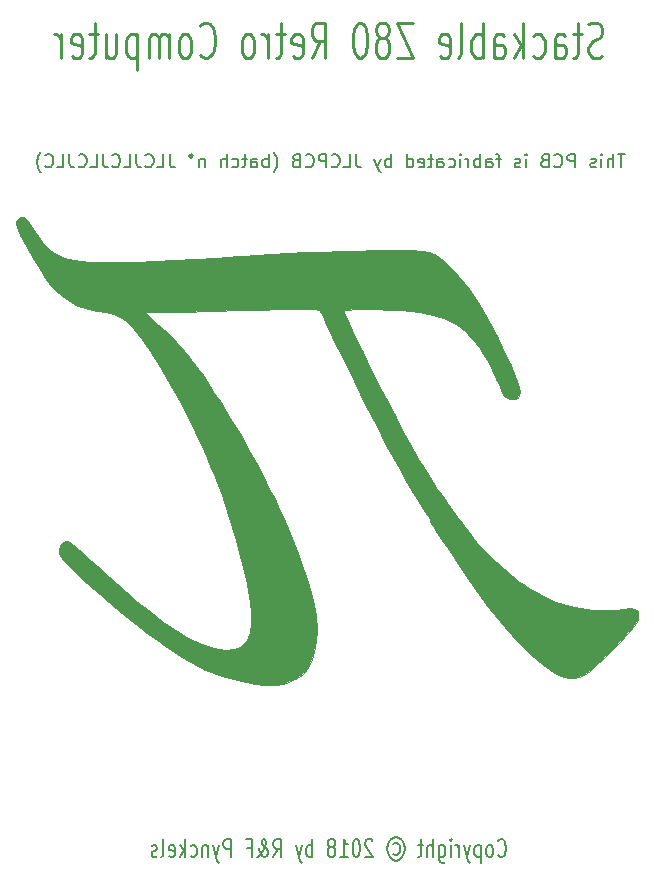
<source format=gbo>
%TF.GenerationSoftware,KiCad,Pcbnew,(5.0.0)*%
%TF.CreationDate,2018-10-23T17:21:25+02:00*%
%TF.ProjectId,S80 Breakout 7in,53383020427265616B6F75742037696E,1.0*%
%TF.SameCoordinates,Original*%
%TF.FileFunction,Legend,Bot*%
%TF.FilePolarity,Positive*%
%FSLAX46Y46*%
G04 Gerber Fmt 4.6, Leading zero omitted, Abs format (unit mm)*
G04 Created by KiCad (PCBNEW (5.0.0)) date 10/23/18 17:21:25*
%MOMM*%
%LPD*%
G01*
G04 APERTURE LIST*
%ADD10C,0.150000*%
%ADD11C,0.250000*%
%ADD12C,0.010000*%
G04 APERTURE END LIST*
D10*
X164079510Y-138833634D02*
X164131891Y-138905062D01*
X164289034Y-138976491D01*
X164393796Y-138976491D01*
X164550939Y-138905062D01*
X164655700Y-138762205D01*
X164708081Y-138619348D01*
X164760462Y-138333634D01*
X164760462Y-138119348D01*
X164708081Y-137833634D01*
X164655700Y-137690777D01*
X164550939Y-137547920D01*
X164393796Y-137476491D01*
X164289034Y-137476491D01*
X164131891Y-137547920D01*
X164079510Y-137619348D01*
X163450939Y-138976491D02*
X163555700Y-138905062D01*
X163608081Y-138833634D01*
X163660462Y-138690777D01*
X163660462Y-138262205D01*
X163608081Y-138119348D01*
X163555700Y-138047920D01*
X163450939Y-137976491D01*
X163293796Y-137976491D01*
X163189034Y-138047920D01*
X163136653Y-138119348D01*
X163084272Y-138262205D01*
X163084272Y-138690777D01*
X163136653Y-138833634D01*
X163189034Y-138905062D01*
X163293796Y-138976491D01*
X163450939Y-138976491D01*
X162612843Y-137976491D02*
X162612843Y-139476491D01*
X162612843Y-138047920D02*
X162508081Y-137976491D01*
X162298558Y-137976491D01*
X162193796Y-138047920D01*
X162141415Y-138119348D01*
X162089034Y-138262205D01*
X162089034Y-138690777D01*
X162141415Y-138833634D01*
X162193796Y-138905062D01*
X162298558Y-138976491D01*
X162508081Y-138976491D01*
X162612843Y-138905062D01*
X161722367Y-137976491D02*
X161460462Y-138976491D01*
X161198558Y-137976491D02*
X161460462Y-138976491D01*
X161565224Y-139333634D01*
X161617605Y-139405062D01*
X161722367Y-139476491D01*
X160779510Y-138976491D02*
X160779510Y-137976491D01*
X160779510Y-138262205D02*
X160727129Y-138119348D01*
X160674748Y-138047920D01*
X160569986Y-137976491D01*
X160465224Y-137976491D01*
X160098558Y-138976491D02*
X160098558Y-137976491D01*
X160098558Y-137476491D02*
X160150939Y-137547920D01*
X160098558Y-137619348D01*
X160046177Y-137547920D01*
X160098558Y-137476491D01*
X160098558Y-137619348D01*
X159103320Y-137976491D02*
X159103320Y-139190777D01*
X159155700Y-139333634D01*
X159208081Y-139405062D01*
X159312843Y-139476491D01*
X159469986Y-139476491D01*
X159574748Y-139405062D01*
X159103320Y-138905062D02*
X159208081Y-138976491D01*
X159417605Y-138976491D01*
X159522367Y-138905062D01*
X159574748Y-138833634D01*
X159627129Y-138690777D01*
X159627129Y-138262205D01*
X159574748Y-138119348D01*
X159522367Y-138047920D01*
X159417605Y-137976491D01*
X159208081Y-137976491D01*
X159103320Y-138047920D01*
X158579510Y-138976491D02*
X158579510Y-137476491D01*
X158108081Y-138976491D02*
X158108081Y-138190777D01*
X158160462Y-138047920D01*
X158265224Y-137976491D01*
X158422367Y-137976491D01*
X158527129Y-138047920D01*
X158579510Y-138119348D01*
X157741415Y-137976491D02*
X157322367Y-137976491D01*
X157584272Y-137476491D02*
X157584272Y-138762205D01*
X157531891Y-138905062D01*
X157427129Y-138976491D01*
X157322367Y-138976491D01*
X155227129Y-137833634D02*
X155331891Y-137762205D01*
X155541415Y-137762205D01*
X155646177Y-137833634D01*
X155750939Y-137976491D01*
X155803320Y-138119348D01*
X155803320Y-138405062D01*
X155750939Y-138547920D01*
X155646177Y-138690777D01*
X155541415Y-138762205D01*
X155331891Y-138762205D01*
X155227129Y-138690777D01*
X155436653Y-137262205D02*
X155698558Y-137333634D01*
X155960462Y-137547920D01*
X156117605Y-137905062D01*
X156169986Y-138262205D01*
X156117605Y-138619348D01*
X155960462Y-138976491D01*
X155698558Y-139190777D01*
X155436653Y-139262205D01*
X155174748Y-139190777D01*
X154912843Y-138976491D01*
X154755700Y-138619348D01*
X154703320Y-138262205D01*
X154755700Y-137905062D01*
X154912843Y-137547920D01*
X155174748Y-137333634D01*
X155436653Y-137262205D01*
X153446177Y-137619348D02*
X153393796Y-137547920D01*
X153289034Y-137476491D01*
X153027129Y-137476491D01*
X152922367Y-137547920D01*
X152869986Y-137619348D01*
X152817605Y-137762205D01*
X152817605Y-137905062D01*
X152869986Y-138119348D01*
X153498558Y-138976491D01*
X152817605Y-138976491D01*
X152136653Y-137476491D02*
X152031891Y-137476491D01*
X151927129Y-137547920D01*
X151874748Y-137619348D01*
X151822367Y-137762205D01*
X151769986Y-138047920D01*
X151769986Y-138405062D01*
X151822367Y-138690777D01*
X151874748Y-138833634D01*
X151927129Y-138905062D01*
X152031891Y-138976491D01*
X152136653Y-138976491D01*
X152241415Y-138905062D01*
X152293796Y-138833634D01*
X152346177Y-138690777D01*
X152398558Y-138405062D01*
X152398558Y-138047920D01*
X152346177Y-137762205D01*
X152293796Y-137619348D01*
X152241415Y-137547920D01*
X152136653Y-137476491D01*
X150722367Y-138976491D02*
X151350939Y-138976491D01*
X151036653Y-138976491D02*
X151036653Y-137476491D01*
X151141415Y-137690777D01*
X151246177Y-137833634D01*
X151350939Y-137905062D01*
X150093796Y-138119348D02*
X150198558Y-138047920D01*
X150250939Y-137976491D01*
X150303320Y-137833634D01*
X150303320Y-137762205D01*
X150250939Y-137619348D01*
X150198558Y-137547920D01*
X150093796Y-137476491D01*
X149884272Y-137476491D01*
X149779510Y-137547920D01*
X149727129Y-137619348D01*
X149674748Y-137762205D01*
X149674748Y-137833634D01*
X149727129Y-137976491D01*
X149779510Y-138047920D01*
X149884272Y-138119348D01*
X150093796Y-138119348D01*
X150198558Y-138190777D01*
X150250939Y-138262205D01*
X150303320Y-138405062D01*
X150303320Y-138690777D01*
X150250939Y-138833634D01*
X150198558Y-138905062D01*
X150093796Y-138976491D01*
X149884272Y-138976491D01*
X149779510Y-138905062D01*
X149727129Y-138833634D01*
X149674748Y-138690777D01*
X149674748Y-138405062D01*
X149727129Y-138262205D01*
X149779510Y-138190777D01*
X149884272Y-138119348D01*
X148365224Y-138976491D02*
X148365224Y-137476491D01*
X148365224Y-138047920D02*
X148260462Y-137976491D01*
X148050939Y-137976491D01*
X147946177Y-138047920D01*
X147893796Y-138119348D01*
X147841415Y-138262205D01*
X147841415Y-138690777D01*
X147893796Y-138833634D01*
X147946177Y-138905062D01*
X148050939Y-138976491D01*
X148260462Y-138976491D01*
X148365224Y-138905062D01*
X147474748Y-137976491D02*
X147212843Y-138976491D01*
X146950939Y-137976491D02*
X147212843Y-138976491D01*
X147317605Y-139333634D01*
X147369986Y-139405062D01*
X147474748Y-139476491D01*
X145065224Y-138976491D02*
X145431891Y-138262205D01*
X145693796Y-138976491D02*
X145693796Y-137476491D01*
X145274748Y-137476491D01*
X145169986Y-137547920D01*
X145117605Y-137619348D01*
X145065224Y-137762205D01*
X145065224Y-137976491D01*
X145117605Y-138119348D01*
X145169986Y-138190777D01*
X145274748Y-138262205D01*
X145693796Y-138262205D01*
X143703320Y-138976491D02*
X143755700Y-138976491D01*
X143860462Y-138905062D01*
X144017605Y-138690777D01*
X144279510Y-138262205D01*
X144384272Y-138047920D01*
X144436653Y-137833634D01*
X144436653Y-137690777D01*
X144384272Y-137547920D01*
X144279510Y-137476491D01*
X144227129Y-137476491D01*
X144122367Y-137547920D01*
X144069986Y-137690777D01*
X144069986Y-137762205D01*
X144122367Y-137905062D01*
X144174748Y-137976491D01*
X144489034Y-138262205D01*
X144541415Y-138333634D01*
X144593796Y-138476491D01*
X144593796Y-138690777D01*
X144541415Y-138833634D01*
X144489034Y-138905062D01*
X144384272Y-138976491D01*
X144227129Y-138976491D01*
X144122367Y-138905062D01*
X144069986Y-138833634D01*
X143912843Y-138547920D01*
X143860462Y-138333634D01*
X143860462Y-138190777D01*
X142865224Y-138190777D02*
X143231891Y-138190777D01*
X143231891Y-138976491D02*
X143231891Y-137476491D01*
X142708081Y-137476491D01*
X141450939Y-138976491D02*
X141450939Y-137476491D01*
X141031891Y-137476491D01*
X140927129Y-137547920D01*
X140874748Y-137619348D01*
X140822367Y-137762205D01*
X140822367Y-137976491D01*
X140874748Y-138119348D01*
X140927129Y-138190777D01*
X141031891Y-138262205D01*
X141450939Y-138262205D01*
X140455700Y-137976491D02*
X140193796Y-138976491D01*
X139931891Y-137976491D02*
X140193796Y-138976491D01*
X140298558Y-139333634D01*
X140350939Y-139405062D01*
X140455700Y-139476491D01*
X139512843Y-137976491D02*
X139512843Y-138976491D01*
X139512843Y-138119348D02*
X139460462Y-138047920D01*
X139355700Y-137976491D01*
X139198558Y-137976491D01*
X139093796Y-138047920D01*
X139041415Y-138190777D01*
X139041415Y-138976491D01*
X138046177Y-138905062D02*
X138150939Y-138976491D01*
X138360462Y-138976491D01*
X138465224Y-138905062D01*
X138517605Y-138833634D01*
X138569986Y-138690777D01*
X138569986Y-138262205D01*
X138517605Y-138119348D01*
X138465224Y-138047920D01*
X138360462Y-137976491D01*
X138150939Y-137976491D01*
X138046177Y-138047920D01*
X137574748Y-138976491D02*
X137574748Y-137476491D01*
X137469986Y-138405062D02*
X137155700Y-138976491D01*
X137155700Y-137976491D02*
X137574748Y-138547920D01*
X136265224Y-138905062D02*
X136369986Y-138976491D01*
X136579510Y-138976491D01*
X136684272Y-138905062D01*
X136736653Y-138762205D01*
X136736653Y-138190777D01*
X136684272Y-138047920D01*
X136579510Y-137976491D01*
X136369986Y-137976491D01*
X136265224Y-138047920D01*
X136212843Y-138190777D01*
X136212843Y-138333634D01*
X136736653Y-138476491D01*
X135584272Y-138976491D02*
X135689034Y-138905062D01*
X135741415Y-138762205D01*
X135741415Y-137476491D01*
X135217605Y-138905062D02*
X135112843Y-138976491D01*
X134903320Y-138976491D01*
X134798558Y-138905062D01*
X134746177Y-138762205D01*
X134746177Y-138690777D01*
X134798558Y-138547920D01*
X134903320Y-138476491D01*
X135060462Y-138476491D01*
X135165224Y-138405062D01*
X135217605Y-138262205D01*
X135217605Y-138190777D01*
X135165224Y-138047920D01*
X135060462Y-137976491D01*
X134903320Y-137976491D01*
X134798558Y-138047920D01*
D11*
X172879038Y-71175285D02*
X172593323Y-71318142D01*
X172117133Y-71318142D01*
X171926657Y-71175285D01*
X171831419Y-71032428D01*
X171736180Y-70746714D01*
X171736180Y-70461000D01*
X171831419Y-70175285D01*
X171926657Y-70032428D01*
X172117133Y-69889571D01*
X172498085Y-69746714D01*
X172688561Y-69603857D01*
X172783800Y-69461000D01*
X172879038Y-69175285D01*
X172879038Y-68889571D01*
X172783800Y-68603857D01*
X172688561Y-68461000D01*
X172498085Y-68318142D01*
X172021895Y-68318142D01*
X171736180Y-68461000D01*
X171164752Y-69318142D02*
X170402847Y-69318142D01*
X170879038Y-68318142D02*
X170879038Y-70889571D01*
X170783800Y-71175285D01*
X170593323Y-71318142D01*
X170402847Y-71318142D01*
X168879038Y-71318142D02*
X168879038Y-69746714D01*
X168974276Y-69461000D01*
X169164752Y-69318142D01*
X169545704Y-69318142D01*
X169736180Y-69461000D01*
X168879038Y-71175285D02*
X169069514Y-71318142D01*
X169545704Y-71318142D01*
X169736180Y-71175285D01*
X169831419Y-70889571D01*
X169831419Y-70603857D01*
X169736180Y-70318142D01*
X169545704Y-70175285D01*
X169069514Y-70175285D01*
X168879038Y-70032428D01*
X167069514Y-71175285D02*
X167259990Y-71318142D01*
X167640942Y-71318142D01*
X167831419Y-71175285D01*
X167926657Y-71032428D01*
X168021895Y-70746714D01*
X168021895Y-69889571D01*
X167926657Y-69603857D01*
X167831419Y-69461000D01*
X167640942Y-69318142D01*
X167259990Y-69318142D01*
X167069514Y-69461000D01*
X166212371Y-71318142D02*
X166212371Y-68318142D01*
X166021895Y-70175285D02*
X165450466Y-71318142D01*
X165450466Y-69318142D02*
X166212371Y-70461000D01*
X163736180Y-71318142D02*
X163736180Y-69746714D01*
X163831419Y-69461000D01*
X164021895Y-69318142D01*
X164402847Y-69318142D01*
X164593323Y-69461000D01*
X163736180Y-71175285D02*
X163926657Y-71318142D01*
X164402847Y-71318142D01*
X164593323Y-71175285D01*
X164688561Y-70889571D01*
X164688561Y-70603857D01*
X164593323Y-70318142D01*
X164402847Y-70175285D01*
X163926657Y-70175285D01*
X163736180Y-70032428D01*
X162783800Y-71318142D02*
X162783800Y-68318142D01*
X162783800Y-69461000D02*
X162593323Y-69318142D01*
X162212371Y-69318142D01*
X162021895Y-69461000D01*
X161926657Y-69603857D01*
X161831419Y-69889571D01*
X161831419Y-70746714D01*
X161926657Y-71032428D01*
X162021895Y-71175285D01*
X162212371Y-71318142D01*
X162593323Y-71318142D01*
X162783800Y-71175285D01*
X160688561Y-71318142D02*
X160879038Y-71175285D01*
X160974276Y-70889571D01*
X160974276Y-68318142D01*
X159164752Y-71175285D02*
X159355228Y-71318142D01*
X159736180Y-71318142D01*
X159926657Y-71175285D01*
X160021895Y-70889571D01*
X160021895Y-69746714D01*
X159926657Y-69461000D01*
X159736180Y-69318142D01*
X159355228Y-69318142D01*
X159164752Y-69461000D01*
X159069514Y-69746714D01*
X159069514Y-70032428D01*
X160021895Y-70318142D01*
X156879038Y-68318142D02*
X155545704Y-68318142D01*
X156879038Y-71318142D01*
X155545704Y-71318142D01*
X154498085Y-69603857D02*
X154688561Y-69461000D01*
X154783800Y-69318142D01*
X154879038Y-69032428D01*
X154879038Y-68889571D01*
X154783800Y-68603857D01*
X154688561Y-68461000D01*
X154498085Y-68318142D01*
X154117133Y-68318142D01*
X153926657Y-68461000D01*
X153831419Y-68603857D01*
X153736180Y-68889571D01*
X153736180Y-69032428D01*
X153831419Y-69318142D01*
X153926657Y-69461000D01*
X154117133Y-69603857D01*
X154498085Y-69603857D01*
X154688561Y-69746714D01*
X154783800Y-69889571D01*
X154879038Y-70175285D01*
X154879038Y-70746714D01*
X154783800Y-71032428D01*
X154688561Y-71175285D01*
X154498085Y-71318142D01*
X154117133Y-71318142D01*
X153926657Y-71175285D01*
X153831419Y-71032428D01*
X153736180Y-70746714D01*
X153736180Y-70175285D01*
X153831419Y-69889571D01*
X153926657Y-69746714D01*
X154117133Y-69603857D01*
X152498085Y-68318142D02*
X152307609Y-68318142D01*
X152117133Y-68461000D01*
X152021895Y-68603857D01*
X151926657Y-68889571D01*
X151831419Y-69461000D01*
X151831419Y-70175285D01*
X151926657Y-70746714D01*
X152021895Y-71032428D01*
X152117133Y-71175285D01*
X152307609Y-71318142D01*
X152498085Y-71318142D01*
X152688561Y-71175285D01*
X152783800Y-71032428D01*
X152879038Y-70746714D01*
X152974276Y-70175285D01*
X152974276Y-69461000D01*
X152879038Y-68889571D01*
X152783800Y-68603857D01*
X152688561Y-68461000D01*
X152498085Y-68318142D01*
X148307609Y-71318142D02*
X148974276Y-69889571D01*
X149450466Y-71318142D02*
X149450466Y-68318142D01*
X148688561Y-68318142D01*
X148498085Y-68461000D01*
X148402847Y-68603857D01*
X148307609Y-68889571D01*
X148307609Y-69318142D01*
X148402847Y-69603857D01*
X148498085Y-69746714D01*
X148688561Y-69889571D01*
X149450466Y-69889571D01*
X146688561Y-71175285D02*
X146879038Y-71318142D01*
X147259990Y-71318142D01*
X147450466Y-71175285D01*
X147545704Y-70889571D01*
X147545704Y-69746714D01*
X147450466Y-69461000D01*
X147259990Y-69318142D01*
X146879038Y-69318142D01*
X146688561Y-69461000D01*
X146593323Y-69746714D01*
X146593323Y-70032428D01*
X147545704Y-70318142D01*
X146021895Y-69318142D02*
X145259990Y-69318142D01*
X145736180Y-68318142D02*
X145736180Y-70889571D01*
X145640942Y-71175285D01*
X145450466Y-71318142D01*
X145259990Y-71318142D01*
X144593323Y-71318142D02*
X144593323Y-69318142D01*
X144593323Y-69889571D02*
X144498085Y-69603857D01*
X144402847Y-69461000D01*
X144212371Y-69318142D01*
X144021895Y-69318142D01*
X143069514Y-71318142D02*
X143259990Y-71175285D01*
X143355228Y-71032428D01*
X143450466Y-70746714D01*
X143450466Y-69889571D01*
X143355228Y-69603857D01*
X143259990Y-69461000D01*
X143069514Y-69318142D01*
X142783800Y-69318142D01*
X142593323Y-69461000D01*
X142498085Y-69603857D01*
X142402847Y-69889571D01*
X142402847Y-70746714D01*
X142498085Y-71032428D01*
X142593323Y-71175285D01*
X142783800Y-71318142D01*
X143069514Y-71318142D01*
X138879038Y-71032428D02*
X138974276Y-71175285D01*
X139259990Y-71318142D01*
X139450466Y-71318142D01*
X139736180Y-71175285D01*
X139926657Y-70889571D01*
X140021895Y-70603857D01*
X140117133Y-70032428D01*
X140117133Y-69603857D01*
X140021895Y-69032428D01*
X139926657Y-68746714D01*
X139736180Y-68461000D01*
X139450466Y-68318142D01*
X139259990Y-68318142D01*
X138974276Y-68461000D01*
X138879038Y-68603857D01*
X137736180Y-71318142D02*
X137926657Y-71175285D01*
X138021895Y-71032428D01*
X138117133Y-70746714D01*
X138117133Y-69889571D01*
X138021895Y-69603857D01*
X137926657Y-69461000D01*
X137736180Y-69318142D01*
X137450466Y-69318142D01*
X137259990Y-69461000D01*
X137164752Y-69603857D01*
X137069514Y-69889571D01*
X137069514Y-70746714D01*
X137164752Y-71032428D01*
X137259990Y-71175285D01*
X137450466Y-71318142D01*
X137736180Y-71318142D01*
X136212371Y-71318142D02*
X136212371Y-69318142D01*
X136212371Y-69603857D02*
X136117133Y-69461000D01*
X135926657Y-69318142D01*
X135640942Y-69318142D01*
X135450466Y-69461000D01*
X135355228Y-69746714D01*
X135355228Y-71318142D01*
X135355228Y-69746714D02*
X135259990Y-69461000D01*
X135069514Y-69318142D01*
X134783800Y-69318142D01*
X134593323Y-69461000D01*
X134498085Y-69746714D01*
X134498085Y-71318142D01*
X133545704Y-69318142D02*
X133545704Y-72318142D01*
X133545704Y-69461000D02*
X133355228Y-69318142D01*
X132974276Y-69318142D01*
X132783800Y-69461000D01*
X132688561Y-69603857D01*
X132593323Y-69889571D01*
X132593323Y-70746714D01*
X132688561Y-71032428D01*
X132783800Y-71175285D01*
X132974276Y-71318142D01*
X133355228Y-71318142D01*
X133545704Y-71175285D01*
X130879038Y-69318142D02*
X130879038Y-71318142D01*
X131736180Y-69318142D02*
X131736180Y-70889571D01*
X131640942Y-71175285D01*
X131450466Y-71318142D01*
X131164752Y-71318142D01*
X130974276Y-71175285D01*
X130879038Y-71032428D01*
X130212371Y-69318142D02*
X129450466Y-69318142D01*
X129926657Y-68318142D02*
X129926657Y-70889571D01*
X129831419Y-71175285D01*
X129640942Y-71318142D01*
X129450466Y-71318142D01*
X128021895Y-71175285D02*
X128212371Y-71318142D01*
X128593323Y-71318142D01*
X128783800Y-71175285D01*
X128879038Y-70889571D01*
X128879038Y-69746714D01*
X128783800Y-69461000D01*
X128593323Y-69318142D01*
X128212371Y-69318142D01*
X128021895Y-69461000D01*
X127926657Y-69746714D01*
X127926657Y-70032428D01*
X128879038Y-70318142D01*
X127069514Y-71318142D02*
X127069514Y-69318142D01*
X127069514Y-69889571D02*
X126974276Y-69603857D01*
X126879038Y-69461000D01*
X126688561Y-69318142D01*
X126498085Y-69318142D01*
D10*
X174827523Y-79461619D02*
X174198952Y-79461619D01*
X174513238Y-80561619D02*
X174513238Y-79461619D01*
X173832285Y-80561619D02*
X173832285Y-79461619D01*
X173360857Y-80561619D02*
X173360857Y-79985428D01*
X173413238Y-79880666D01*
X173518000Y-79828285D01*
X173675142Y-79828285D01*
X173779904Y-79880666D01*
X173832285Y-79933047D01*
X172837047Y-80561619D02*
X172837047Y-79828285D01*
X172837047Y-79461619D02*
X172889428Y-79514000D01*
X172837047Y-79566380D01*
X172784666Y-79514000D01*
X172837047Y-79461619D01*
X172837047Y-79566380D01*
X172365619Y-80509238D02*
X172260857Y-80561619D01*
X172051333Y-80561619D01*
X171946571Y-80509238D01*
X171894190Y-80404476D01*
X171894190Y-80352095D01*
X171946571Y-80247333D01*
X172051333Y-80194952D01*
X172208476Y-80194952D01*
X172313238Y-80142571D01*
X172365619Y-80037809D01*
X172365619Y-79985428D01*
X172313238Y-79880666D01*
X172208476Y-79828285D01*
X172051333Y-79828285D01*
X171946571Y-79880666D01*
X170584666Y-80561619D02*
X170584666Y-79461619D01*
X170165619Y-79461619D01*
X170060857Y-79514000D01*
X170008476Y-79566380D01*
X169956095Y-79671142D01*
X169956095Y-79828285D01*
X170008476Y-79933047D01*
X170060857Y-79985428D01*
X170165619Y-80037809D01*
X170584666Y-80037809D01*
X168856095Y-80456857D02*
X168908476Y-80509238D01*
X169065619Y-80561619D01*
X169170380Y-80561619D01*
X169327523Y-80509238D01*
X169432285Y-80404476D01*
X169484666Y-80299714D01*
X169537047Y-80090190D01*
X169537047Y-79933047D01*
X169484666Y-79723523D01*
X169432285Y-79618761D01*
X169327523Y-79514000D01*
X169170380Y-79461619D01*
X169065619Y-79461619D01*
X168908476Y-79514000D01*
X168856095Y-79566380D01*
X168018000Y-79985428D02*
X167860857Y-80037809D01*
X167808476Y-80090190D01*
X167756095Y-80194952D01*
X167756095Y-80352095D01*
X167808476Y-80456857D01*
X167860857Y-80509238D01*
X167965619Y-80561619D01*
X168384666Y-80561619D01*
X168384666Y-79461619D01*
X168018000Y-79461619D01*
X167913238Y-79514000D01*
X167860857Y-79566380D01*
X167808476Y-79671142D01*
X167808476Y-79775904D01*
X167860857Y-79880666D01*
X167913238Y-79933047D01*
X168018000Y-79985428D01*
X168384666Y-79985428D01*
X166446571Y-80561619D02*
X166446571Y-79828285D01*
X166446571Y-79461619D02*
X166498952Y-79514000D01*
X166446571Y-79566380D01*
X166394190Y-79514000D01*
X166446571Y-79461619D01*
X166446571Y-79566380D01*
X165975142Y-80509238D02*
X165870380Y-80561619D01*
X165660857Y-80561619D01*
X165556095Y-80509238D01*
X165503714Y-80404476D01*
X165503714Y-80352095D01*
X165556095Y-80247333D01*
X165660857Y-80194952D01*
X165818000Y-80194952D01*
X165922761Y-80142571D01*
X165975142Y-80037809D01*
X165975142Y-79985428D01*
X165922761Y-79880666D01*
X165818000Y-79828285D01*
X165660857Y-79828285D01*
X165556095Y-79880666D01*
X164351333Y-79828285D02*
X163932285Y-79828285D01*
X164194190Y-80561619D02*
X164194190Y-79618761D01*
X164141809Y-79514000D01*
X164037047Y-79461619D01*
X163932285Y-79461619D01*
X163094190Y-80561619D02*
X163094190Y-79985428D01*
X163146571Y-79880666D01*
X163251333Y-79828285D01*
X163460857Y-79828285D01*
X163565619Y-79880666D01*
X163094190Y-80509238D02*
X163198952Y-80561619D01*
X163460857Y-80561619D01*
X163565619Y-80509238D01*
X163618000Y-80404476D01*
X163618000Y-80299714D01*
X163565619Y-80194952D01*
X163460857Y-80142571D01*
X163198952Y-80142571D01*
X163094190Y-80090190D01*
X162570380Y-80561619D02*
X162570380Y-79461619D01*
X162570380Y-79880666D02*
X162465619Y-79828285D01*
X162256095Y-79828285D01*
X162151333Y-79880666D01*
X162098952Y-79933047D01*
X162046571Y-80037809D01*
X162046571Y-80352095D01*
X162098952Y-80456857D01*
X162151333Y-80509238D01*
X162256095Y-80561619D01*
X162465619Y-80561619D01*
X162570380Y-80509238D01*
X161575142Y-80561619D02*
X161575142Y-79828285D01*
X161575142Y-80037809D02*
X161522761Y-79933047D01*
X161470380Y-79880666D01*
X161365619Y-79828285D01*
X161260857Y-79828285D01*
X160894190Y-80561619D02*
X160894190Y-79828285D01*
X160894190Y-79461619D02*
X160946571Y-79514000D01*
X160894190Y-79566380D01*
X160841809Y-79514000D01*
X160894190Y-79461619D01*
X160894190Y-79566380D01*
X159898952Y-80509238D02*
X160003714Y-80561619D01*
X160213238Y-80561619D01*
X160318000Y-80509238D01*
X160370380Y-80456857D01*
X160422761Y-80352095D01*
X160422761Y-80037809D01*
X160370380Y-79933047D01*
X160318000Y-79880666D01*
X160213238Y-79828285D01*
X160003714Y-79828285D01*
X159898952Y-79880666D01*
X158956095Y-80561619D02*
X158956095Y-79985428D01*
X159008476Y-79880666D01*
X159113238Y-79828285D01*
X159322761Y-79828285D01*
X159427523Y-79880666D01*
X158956095Y-80509238D02*
X159060857Y-80561619D01*
X159322761Y-80561619D01*
X159427523Y-80509238D01*
X159479904Y-80404476D01*
X159479904Y-80299714D01*
X159427523Y-80194952D01*
X159322761Y-80142571D01*
X159060857Y-80142571D01*
X158956095Y-80090190D01*
X158589428Y-79828285D02*
X158170380Y-79828285D01*
X158432285Y-79461619D02*
X158432285Y-80404476D01*
X158379904Y-80509238D01*
X158275142Y-80561619D01*
X158170380Y-80561619D01*
X157384666Y-80509238D02*
X157489428Y-80561619D01*
X157698952Y-80561619D01*
X157803714Y-80509238D01*
X157856095Y-80404476D01*
X157856095Y-79985428D01*
X157803714Y-79880666D01*
X157698952Y-79828285D01*
X157489428Y-79828285D01*
X157384666Y-79880666D01*
X157332285Y-79985428D01*
X157332285Y-80090190D01*
X157856095Y-80194952D01*
X156389428Y-80561619D02*
X156389428Y-79461619D01*
X156389428Y-80509238D02*
X156494190Y-80561619D01*
X156703714Y-80561619D01*
X156808476Y-80509238D01*
X156860857Y-80456857D01*
X156913238Y-80352095D01*
X156913238Y-80037809D01*
X156860857Y-79933047D01*
X156808476Y-79880666D01*
X156703714Y-79828285D01*
X156494190Y-79828285D01*
X156389428Y-79880666D01*
X155027523Y-80561619D02*
X155027523Y-79461619D01*
X155027523Y-79880666D02*
X154922761Y-79828285D01*
X154713238Y-79828285D01*
X154608476Y-79880666D01*
X154556095Y-79933047D01*
X154503714Y-80037809D01*
X154503714Y-80352095D01*
X154556095Y-80456857D01*
X154608476Y-80509238D01*
X154713238Y-80561619D01*
X154922761Y-80561619D01*
X155027523Y-80509238D01*
X154137047Y-79828285D02*
X153875142Y-80561619D01*
X153613238Y-79828285D02*
X153875142Y-80561619D01*
X153979904Y-80823523D01*
X154032285Y-80875904D01*
X154137047Y-80928285D01*
X152041809Y-79461619D02*
X152041809Y-80247333D01*
X152094190Y-80404476D01*
X152198952Y-80509238D01*
X152356095Y-80561619D01*
X152460857Y-80561619D01*
X150994190Y-80561619D02*
X151518000Y-80561619D01*
X151518000Y-79461619D01*
X149998952Y-80456857D02*
X150051333Y-80509238D01*
X150208476Y-80561619D01*
X150313238Y-80561619D01*
X150470380Y-80509238D01*
X150575142Y-80404476D01*
X150627523Y-80299714D01*
X150679904Y-80090190D01*
X150679904Y-79933047D01*
X150627523Y-79723523D01*
X150575142Y-79618761D01*
X150470380Y-79514000D01*
X150313238Y-79461619D01*
X150208476Y-79461619D01*
X150051333Y-79514000D01*
X149998952Y-79566380D01*
X149527523Y-80561619D02*
X149527523Y-79461619D01*
X149108476Y-79461619D01*
X149003714Y-79514000D01*
X148951333Y-79566380D01*
X148898952Y-79671142D01*
X148898952Y-79828285D01*
X148951333Y-79933047D01*
X149003714Y-79985428D01*
X149108476Y-80037809D01*
X149527523Y-80037809D01*
X147798952Y-80456857D02*
X147851333Y-80509238D01*
X148008476Y-80561619D01*
X148113238Y-80561619D01*
X148270380Y-80509238D01*
X148375142Y-80404476D01*
X148427523Y-80299714D01*
X148479904Y-80090190D01*
X148479904Y-79933047D01*
X148427523Y-79723523D01*
X148375142Y-79618761D01*
X148270380Y-79514000D01*
X148113238Y-79461619D01*
X148008476Y-79461619D01*
X147851333Y-79514000D01*
X147798952Y-79566380D01*
X146960857Y-79985428D02*
X146803714Y-80037809D01*
X146751333Y-80090190D01*
X146698952Y-80194952D01*
X146698952Y-80352095D01*
X146751333Y-80456857D01*
X146803714Y-80509238D01*
X146908476Y-80561619D01*
X147327523Y-80561619D01*
X147327523Y-79461619D01*
X146960857Y-79461619D01*
X146856095Y-79514000D01*
X146803714Y-79566380D01*
X146751333Y-79671142D01*
X146751333Y-79775904D01*
X146803714Y-79880666D01*
X146856095Y-79933047D01*
X146960857Y-79985428D01*
X147327523Y-79985428D01*
X145075142Y-80980666D02*
X145127523Y-80928285D01*
X145232285Y-80771142D01*
X145284666Y-80666380D01*
X145337047Y-80509238D01*
X145389428Y-80247333D01*
X145389428Y-80037809D01*
X145337047Y-79775904D01*
X145284666Y-79618761D01*
X145232285Y-79514000D01*
X145127523Y-79356857D01*
X145075142Y-79304476D01*
X144656095Y-80561619D02*
X144656095Y-79461619D01*
X144656095Y-79880666D02*
X144551333Y-79828285D01*
X144341809Y-79828285D01*
X144237047Y-79880666D01*
X144184666Y-79933047D01*
X144132285Y-80037809D01*
X144132285Y-80352095D01*
X144184666Y-80456857D01*
X144237047Y-80509238D01*
X144341809Y-80561619D01*
X144551333Y-80561619D01*
X144656095Y-80509238D01*
X143189428Y-80561619D02*
X143189428Y-79985428D01*
X143241809Y-79880666D01*
X143346571Y-79828285D01*
X143556095Y-79828285D01*
X143660857Y-79880666D01*
X143189428Y-80509238D02*
X143294190Y-80561619D01*
X143556095Y-80561619D01*
X143660857Y-80509238D01*
X143713238Y-80404476D01*
X143713238Y-80299714D01*
X143660857Y-80194952D01*
X143556095Y-80142571D01*
X143294190Y-80142571D01*
X143189428Y-80090190D01*
X142822761Y-79828285D02*
X142403714Y-79828285D01*
X142665619Y-79461619D02*
X142665619Y-80404476D01*
X142613238Y-80509238D01*
X142508476Y-80561619D01*
X142403714Y-80561619D01*
X141565619Y-80509238D02*
X141670380Y-80561619D01*
X141879904Y-80561619D01*
X141984666Y-80509238D01*
X142037047Y-80456857D01*
X142089428Y-80352095D01*
X142089428Y-80037809D01*
X142037047Y-79933047D01*
X141984666Y-79880666D01*
X141879904Y-79828285D01*
X141670380Y-79828285D01*
X141565619Y-79880666D01*
X141094190Y-80561619D02*
X141094190Y-79461619D01*
X140622761Y-80561619D02*
X140622761Y-79985428D01*
X140675142Y-79880666D01*
X140779904Y-79828285D01*
X140937047Y-79828285D01*
X141041809Y-79880666D01*
X141094190Y-79933047D01*
X139260857Y-79828285D02*
X139260857Y-80561619D01*
X139260857Y-79933047D02*
X139208476Y-79880666D01*
X139103714Y-79828285D01*
X138946571Y-79828285D01*
X138841809Y-79880666D01*
X138789428Y-79985428D01*
X138789428Y-80561619D01*
X138108476Y-79461619D02*
X138213238Y-79514000D01*
X138265619Y-79618761D01*
X138213238Y-79723523D01*
X138108476Y-79775904D01*
X138003714Y-79723523D01*
X137951333Y-79618761D01*
X138003714Y-79514000D01*
X138108476Y-79461619D01*
X136275142Y-79461619D02*
X136275142Y-80247333D01*
X136327523Y-80404476D01*
X136432285Y-80509238D01*
X136589428Y-80561619D01*
X136694190Y-80561619D01*
X135227523Y-80561619D02*
X135751333Y-80561619D01*
X135751333Y-79461619D01*
X134232285Y-80456857D02*
X134284666Y-80509238D01*
X134441809Y-80561619D01*
X134546571Y-80561619D01*
X134703714Y-80509238D01*
X134808476Y-80404476D01*
X134860857Y-80299714D01*
X134913238Y-80090190D01*
X134913238Y-79933047D01*
X134860857Y-79723523D01*
X134808476Y-79618761D01*
X134703714Y-79514000D01*
X134546571Y-79461619D01*
X134441809Y-79461619D01*
X134284666Y-79514000D01*
X134232285Y-79566380D01*
X133446571Y-79461619D02*
X133446571Y-80247333D01*
X133498952Y-80404476D01*
X133603714Y-80509238D01*
X133760857Y-80561619D01*
X133865619Y-80561619D01*
X132398952Y-80561619D02*
X132922761Y-80561619D01*
X132922761Y-79461619D01*
X131403714Y-80456857D02*
X131456095Y-80509238D01*
X131613238Y-80561619D01*
X131717999Y-80561619D01*
X131875142Y-80509238D01*
X131979904Y-80404476D01*
X132032285Y-80299714D01*
X132084666Y-80090190D01*
X132084666Y-79933047D01*
X132032285Y-79723523D01*
X131979904Y-79618761D01*
X131875142Y-79514000D01*
X131717999Y-79461619D01*
X131613238Y-79461619D01*
X131456095Y-79514000D01*
X131403714Y-79566380D01*
X130617999Y-79461619D02*
X130617999Y-80247333D01*
X130670380Y-80404476D01*
X130775142Y-80509238D01*
X130932285Y-80561619D01*
X131037047Y-80561619D01*
X129570380Y-80561619D02*
X130094190Y-80561619D01*
X130094190Y-79461619D01*
X128575142Y-80456857D02*
X128627523Y-80509238D01*
X128784666Y-80561619D01*
X128889428Y-80561619D01*
X129046571Y-80509238D01*
X129151333Y-80404476D01*
X129203714Y-80299714D01*
X129256095Y-80090190D01*
X129256095Y-79933047D01*
X129203714Y-79723523D01*
X129151333Y-79618761D01*
X129046571Y-79514000D01*
X128889428Y-79461619D01*
X128784666Y-79461619D01*
X128627523Y-79514000D01*
X128575142Y-79566380D01*
X127789428Y-79461619D02*
X127789428Y-80247333D01*
X127841809Y-80404476D01*
X127946571Y-80509238D01*
X128103714Y-80561619D01*
X128208476Y-80561619D01*
X126741809Y-80561619D02*
X127265619Y-80561619D01*
X127265619Y-79461619D01*
X125746571Y-80456857D02*
X125798952Y-80509238D01*
X125956095Y-80561619D01*
X126060857Y-80561619D01*
X126217999Y-80509238D01*
X126322761Y-80404476D01*
X126375142Y-80299714D01*
X126427523Y-80090190D01*
X126427523Y-79933047D01*
X126375142Y-79723523D01*
X126322761Y-79618761D01*
X126217999Y-79514000D01*
X126060857Y-79461619D01*
X125956095Y-79461619D01*
X125798952Y-79514000D01*
X125746571Y-79566380D01*
X125379904Y-80980666D02*
X125327523Y-80928285D01*
X125222761Y-80771142D01*
X125170380Y-80666380D01*
X125117999Y-80509238D01*
X125065619Y-80247333D01*
X125065619Y-80037809D01*
X125117999Y-79775904D01*
X125170380Y-79618761D01*
X125222761Y-79514000D01*
X125327523Y-79356857D01*
X125379904Y-79304476D01*
D12*
G36*
X123732894Y-84775862D02*
X123470319Y-84958990D01*
X123286795Y-85168498D01*
X123240251Y-85365531D01*
X123323494Y-85666092D01*
X123412360Y-85893504D01*
X123607723Y-86306274D01*
X123931418Y-86908479D01*
X124346192Y-87636539D01*
X124814794Y-88426873D01*
X125299970Y-89215903D01*
X125764468Y-89940047D01*
X125920199Y-90173719D01*
X126576243Y-90961452D01*
X127397211Y-91676684D01*
X128165993Y-92161378D01*
X128533412Y-92300591D01*
X129104389Y-92463381D01*
X129784131Y-92624119D01*
X130159276Y-92700324D01*
X130849659Y-92846339D01*
X131473700Y-93004083D01*
X131940491Y-93149400D01*
X132097451Y-93215372D01*
X132602316Y-93585058D01*
X133200565Y-94206711D01*
X133874719Y-95050970D01*
X134607298Y-96088477D01*
X135380821Y-97289874D01*
X136177809Y-98625801D01*
X136980781Y-100066900D01*
X137772260Y-101583813D01*
X138534763Y-103147180D01*
X139250812Y-104727643D01*
X139902926Y-106295843D01*
X139937340Y-106383062D01*
X140677301Y-108349018D01*
X141331141Y-110258376D01*
X141893929Y-112087155D01*
X142360732Y-113811377D01*
X142726622Y-115407063D01*
X142986666Y-116850235D01*
X143135934Y-118116913D01*
X143169495Y-119183120D01*
X143082417Y-120024876D01*
X142869771Y-120618203D01*
X142865942Y-120624529D01*
X142414756Y-121090366D01*
X141775884Y-121347194D01*
X140974665Y-121400607D01*
X140036436Y-121256199D01*
X138986536Y-120919566D01*
X137850303Y-120396302D01*
X136653075Y-119692001D01*
X135731707Y-119049332D01*
X134667718Y-118226994D01*
X133467291Y-117248508D01*
X132203360Y-116175890D01*
X130948861Y-115071159D01*
X129776730Y-113996331D01*
X129661317Y-113887651D01*
X129020141Y-113298735D01*
X128448475Y-112804922D01*
X127987210Y-112439387D01*
X127677237Y-112235303D01*
X127585933Y-112203895D01*
X127254760Y-112337418D01*
X127004070Y-112668442D01*
X126895931Y-113092647D01*
X126918959Y-113324947D01*
X127078388Y-113589755D01*
X127448384Y-114013402D01*
X127999727Y-114570505D01*
X128703201Y-115235681D01*
X129529585Y-115983549D01*
X130449662Y-116788726D01*
X131434214Y-117625829D01*
X132454021Y-118469477D01*
X133479865Y-119294287D01*
X134482527Y-120074876D01*
X135432790Y-120785862D01*
X135870243Y-121101008D01*
X137609090Y-122230333D01*
X139296085Y-123101689D01*
X140988682Y-123739040D01*
X142744334Y-124166350D01*
X143512776Y-124288738D01*
X144311383Y-124387796D01*
X144899916Y-124428957D01*
X145365417Y-124410490D01*
X145794933Y-124330661D01*
X146122612Y-124236773D01*
X146913444Y-123925003D01*
X147508101Y-123518823D01*
X147958436Y-122960807D01*
X148316302Y-122193531D01*
X148514333Y-121588061D01*
X148706888Y-120657857D01*
X148756585Y-119633506D01*
X148658657Y-118486246D01*
X148408338Y-117187313D01*
X148000863Y-115707942D01*
X147431465Y-114019370D01*
X147122293Y-113186633D01*
X146815868Y-112412755D01*
X146438744Y-111508277D01*
X146028119Y-110558080D01*
X145621188Y-109647042D01*
X145255147Y-108860045D01*
X145002137Y-108348538D01*
X144723668Y-107798473D01*
X144444152Y-107226202D01*
X144402754Y-107139014D01*
X144207168Y-106749176D01*
X143909122Y-106184049D01*
X143555345Y-105531358D01*
X143315538Y-105097943D01*
X142925799Y-104398932D01*
X142534647Y-103695826D01*
X142199873Y-103092577D01*
X142054684Y-102830086D01*
X141743478Y-102294218D01*
X141426254Y-101791540D01*
X141244759Y-101530695D01*
X141019007Y-101206118D01*
X140899499Y-100988198D01*
X140893800Y-100962617D01*
X140813218Y-100802703D01*
X140596521Y-100454350D01*
X140281283Y-99976640D01*
X140062253Y-99655085D01*
X139705508Y-99124123D01*
X139425338Y-98682354D01*
X139259553Y-98390763D01*
X139230705Y-98313998D01*
X139127038Y-98117364D01*
X138994554Y-97984218D01*
X138790101Y-97759451D01*
X138492576Y-97369011D01*
X138206287Y-96956432D01*
X137743956Y-96353059D01*
X137062824Y-95598292D01*
X136188558Y-94718694D01*
X135146826Y-93740826D01*
X134770586Y-93401009D01*
X134165824Y-92859696D01*
X135072967Y-92858765D01*
X135419378Y-92854292D01*
X136030712Y-92841907D01*
X136869637Y-92822542D01*
X137898824Y-92797128D01*
X139080943Y-92766598D01*
X140378665Y-92731884D01*
X141754659Y-92693917D01*
X142358188Y-92676906D01*
X144050341Y-92631361D01*
X145458413Y-92599107D01*
X146600409Y-92580108D01*
X147494336Y-92574331D01*
X148158199Y-92581739D01*
X148610004Y-92602299D01*
X148867758Y-92635975D01*
X148938941Y-92664180D01*
X149118596Y-92909767D01*
X149308374Y-93306240D01*
X149347146Y-93408913D01*
X149467457Y-93692571D01*
X149704673Y-94206541D01*
X150039320Y-94911255D01*
X150451928Y-95767146D01*
X150923023Y-96734644D01*
X151433134Y-97774183D01*
X151962788Y-98846193D01*
X152492513Y-99911106D01*
X153002836Y-100929354D01*
X153474287Y-101861369D01*
X153887392Y-102667582D01*
X154169476Y-103208062D01*
X154709400Y-104218012D01*
X155278043Y-105260719D01*
X155851673Y-106294576D01*
X156406558Y-107277976D01*
X156918967Y-108169311D01*
X157365166Y-108926975D01*
X157721424Y-109509359D01*
X157964010Y-109874856D01*
X157996987Y-109918509D01*
X158199248Y-110213613D01*
X158280705Y-110405578D01*
X158358800Y-110594237D01*
X158558450Y-110937885D01*
X158714315Y-111178939D01*
X158939515Y-111516328D01*
X159295070Y-112050651D01*
X159744331Y-112726761D01*
X160250653Y-113489512D01*
X160693502Y-114157217D01*
X161986626Y-116041188D01*
X163257682Y-117762947D01*
X164490577Y-119304440D01*
X165669220Y-120647613D01*
X166777519Y-121774412D01*
X167799382Y-122666784D01*
X168718716Y-123306674D01*
X168974826Y-123448102D01*
X169452468Y-123633536D01*
X170011183Y-123772147D01*
X170122274Y-123789724D01*
X170519305Y-123806796D01*
X170908544Y-123727418D01*
X171332415Y-123526381D01*
X171833344Y-123178473D01*
X172453757Y-122658483D01*
X173236078Y-121941200D01*
X173241408Y-121936192D01*
X174247237Y-120954386D01*
X175029270Y-120111001D01*
X175580642Y-119414518D01*
X175894491Y-118873417D01*
X175969991Y-118564558D01*
X175907013Y-118150527D01*
X175690879Y-117930168D01*
X175280784Y-117883558D01*
X174745127Y-117966547D01*
X174005423Y-118057981D01*
X173075099Y-118074456D01*
X172054802Y-118022243D01*
X171045180Y-117907610D01*
X170146878Y-117736828D01*
X169870362Y-117662879D01*
X169009707Y-117380692D01*
X168231113Y-117053836D01*
X167436105Y-116634711D01*
X166526207Y-116075715D01*
X166349117Y-115960808D01*
X165797865Y-115562534D01*
X165127900Y-115020030D01*
X164395258Y-114385016D01*
X163655972Y-113709213D01*
X162966078Y-113044339D01*
X162381611Y-112442116D01*
X161958607Y-111954263D01*
X161852308Y-111810284D01*
X161614217Y-111475276D01*
X161256219Y-110986681D01*
X160842038Y-110431152D01*
X160684883Y-110222784D01*
X160285878Y-109684491D01*
X159841738Y-109067391D01*
X159386867Y-108421556D01*
X158955669Y-107797058D01*
X158582549Y-107243967D01*
X158301912Y-106812355D01*
X158148161Y-106552292D01*
X158129514Y-106503775D01*
X158050201Y-106344181D01*
X157854278Y-106044137D01*
X157802579Y-105970602D01*
X157489676Y-105487622D01*
X157066016Y-104768637D01*
X156550860Y-103850642D01*
X155963467Y-102770634D01*
X155323097Y-101565610D01*
X154649008Y-100272565D01*
X153960461Y-98928496D01*
X153276716Y-97570399D01*
X152617031Y-96235271D01*
X152000667Y-94960107D01*
X151446882Y-93781905D01*
X151366566Y-93607466D01*
X150915528Y-92624728D01*
X152292462Y-92577969D01*
X152976652Y-92572055D01*
X153854624Y-92589547D01*
X154818963Y-92627114D01*
X155762253Y-92681425D01*
X155868584Y-92688884D01*
X157359083Y-92838196D01*
X158601238Y-93067760D01*
X159643656Y-93400803D01*
X160534948Y-93860552D01*
X161323724Y-94470233D01*
X162058593Y-95253073D01*
X162537281Y-95875324D01*
X162837164Y-96345989D01*
X163203321Y-97000716D01*
X163587291Y-97743797D01*
X163940616Y-98479524D01*
X164214836Y-99112190D01*
X164317713Y-99391663D01*
X164600291Y-99923317D01*
X165001982Y-100194594D01*
X165466258Y-100196757D01*
X165735838Y-100070666D01*
X165883357Y-99839706D01*
X165903445Y-99477256D01*
X165790729Y-98956699D01*
X165539837Y-98251414D01*
X165145399Y-97334785D01*
X164694429Y-96372054D01*
X164415193Y-95782392D01*
X164193189Y-95298893D01*
X164056263Y-94983080D01*
X164025943Y-94894943D01*
X163952320Y-94726961D01*
X163766944Y-94402730D01*
X163670892Y-94247022D01*
X163372500Y-93751990D01*
X163049813Y-93186624D01*
X162949117Y-93002705D01*
X162357498Y-92001627D01*
X161671483Y-90999444D01*
X160933975Y-90047251D01*
X160187874Y-89196148D01*
X159476083Y-88497232D01*
X158841505Y-88001602D01*
X158658681Y-87892620D01*
X158263694Y-87756353D01*
X157641200Y-87659617D01*
X156758384Y-87597763D01*
X156505448Y-87587640D01*
X155769541Y-87575157D01*
X154780490Y-87578695D01*
X153587014Y-87596561D01*
X152237829Y-87627059D01*
X150781656Y-87668495D01*
X149267211Y-87719174D01*
X147743212Y-87777402D01*
X146258377Y-87841484D01*
X144861425Y-87909724D01*
X143601073Y-87980429D01*
X142526040Y-88051905D01*
X142027729Y-88091244D01*
X140242218Y-88231931D01*
X138455752Y-88351580D01*
X136701913Y-88449324D01*
X135014286Y-88524299D01*
X133426453Y-88575639D01*
X131971997Y-88602480D01*
X130684504Y-88603957D01*
X129597555Y-88579204D01*
X128744734Y-88527357D01*
X128163444Y-88448362D01*
X127356683Y-88235862D01*
X126698054Y-87948962D01*
X126125630Y-87540345D01*
X125577480Y-86962697D01*
X124991678Y-86168699D01*
X124795063Y-85874746D01*
X124461023Y-85386300D01*
X124171783Y-84997557D01*
X123980121Y-84778647D01*
X123956330Y-84760267D01*
X123732894Y-84775862D01*
X123732894Y-84775862D01*
G37*
X123732894Y-84775862D02*
X123470319Y-84958990D01*
X123286795Y-85168498D01*
X123240251Y-85365531D01*
X123323494Y-85666092D01*
X123412360Y-85893504D01*
X123607723Y-86306274D01*
X123931418Y-86908479D01*
X124346192Y-87636539D01*
X124814794Y-88426873D01*
X125299970Y-89215903D01*
X125764468Y-89940047D01*
X125920199Y-90173719D01*
X126576243Y-90961452D01*
X127397211Y-91676684D01*
X128165993Y-92161378D01*
X128533412Y-92300591D01*
X129104389Y-92463381D01*
X129784131Y-92624119D01*
X130159276Y-92700324D01*
X130849659Y-92846339D01*
X131473700Y-93004083D01*
X131940491Y-93149400D01*
X132097451Y-93215372D01*
X132602316Y-93585058D01*
X133200565Y-94206711D01*
X133874719Y-95050970D01*
X134607298Y-96088477D01*
X135380821Y-97289874D01*
X136177809Y-98625801D01*
X136980781Y-100066900D01*
X137772260Y-101583813D01*
X138534763Y-103147180D01*
X139250812Y-104727643D01*
X139902926Y-106295843D01*
X139937340Y-106383062D01*
X140677301Y-108349018D01*
X141331141Y-110258376D01*
X141893929Y-112087155D01*
X142360732Y-113811377D01*
X142726622Y-115407063D01*
X142986666Y-116850235D01*
X143135934Y-118116913D01*
X143169495Y-119183120D01*
X143082417Y-120024876D01*
X142869771Y-120618203D01*
X142865942Y-120624529D01*
X142414756Y-121090366D01*
X141775884Y-121347194D01*
X140974665Y-121400607D01*
X140036436Y-121256199D01*
X138986536Y-120919566D01*
X137850303Y-120396302D01*
X136653075Y-119692001D01*
X135731707Y-119049332D01*
X134667718Y-118226994D01*
X133467291Y-117248508D01*
X132203360Y-116175890D01*
X130948861Y-115071159D01*
X129776730Y-113996331D01*
X129661317Y-113887651D01*
X129020141Y-113298735D01*
X128448475Y-112804922D01*
X127987210Y-112439387D01*
X127677237Y-112235303D01*
X127585933Y-112203895D01*
X127254760Y-112337418D01*
X127004070Y-112668442D01*
X126895931Y-113092647D01*
X126918959Y-113324947D01*
X127078388Y-113589755D01*
X127448384Y-114013402D01*
X127999727Y-114570505D01*
X128703201Y-115235681D01*
X129529585Y-115983549D01*
X130449662Y-116788726D01*
X131434214Y-117625829D01*
X132454021Y-118469477D01*
X133479865Y-119294287D01*
X134482527Y-120074876D01*
X135432790Y-120785862D01*
X135870243Y-121101008D01*
X137609090Y-122230333D01*
X139296085Y-123101689D01*
X140988682Y-123739040D01*
X142744334Y-124166350D01*
X143512776Y-124288738D01*
X144311383Y-124387796D01*
X144899916Y-124428957D01*
X145365417Y-124410490D01*
X145794933Y-124330661D01*
X146122612Y-124236773D01*
X146913444Y-123925003D01*
X147508101Y-123518823D01*
X147958436Y-122960807D01*
X148316302Y-122193531D01*
X148514333Y-121588061D01*
X148706888Y-120657857D01*
X148756585Y-119633506D01*
X148658657Y-118486246D01*
X148408338Y-117187313D01*
X148000863Y-115707942D01*
X147431465Y-114019370D01*
X147122293Y-113186633D01*
X146815868Y-112412755D01*
X146438744Y-111508277D01*
X146028119Y-110558080D01*
X145621188Y-109647042D01*
X145255147Y-108860045D01*
X145002137Y-108348538D01*
X144723668Y-107798473D01*
X144444152Y-107226202D01*
X144402754Y-107139014D01*
X144207168Y-106749176D01*
X143909122Y-106184049D01*
X143555345Y-105531358D01*
X143315538Y-105097943D01*
X142925799Y-104398932D01*
X142534647Y-103695826D01*
X142199873Y-103092577D01*
X142054684Y-102830086D01*
X141743478Y-102294218D01*
X141426254Y-101791540D01*
X141244759Y-101530695D01*
X141019007Y-101206118D01*
X140899499Y-100988198D01*
X140893800Y-100962617D01*
X140813218Y-100802703D01*
X140596521Y-100454350D01*
X140281283Y-99976640D01*
X140062253Y-99655085D01*
X139705508Y-99124123D01*
X139425338Y-98682354D01*
X139259553Y-98390763D01*
X139230705Y-98313998D01*
X139127038Y-98117364D01*
X138994554Y-97984218D01*
X138790101Y-97759451D01*
X138492576Y-97369011D01*
X138206287Y-96956432D01*
X137743956Y-96353059D01*
X137062824Y-95598292D01*
X136188558Y-94718694D01*
X135146826Y-93740826D01*
X134770586Y-93401009D01*
X134165824Y-92859696D01*
X135072967Y-92858765D01*
X135419378Y-92854292D01*
X136030712Y-92841907D01*
X136869637Y-92822542D01*
X137898824Y-92797128D01*
X139080943Y-92766598D01*
X140378665Y-92731884D01*
X141754659Y-92693917D01*
X142358188Y-92676906D01*
X144050341Y-92631361D01*
X145458413Y-92599107D01*
X146600409Y-92580108D01*
X147494336Y-92574331D01*
X148158199Y-92581739D01*
X148610004Y-92602299D01*
X148867758Y-92635975D01*
X148938941Y-92664180D01*
X149118596Y-92909767D01*
X149308374Y-93306240D01*
X149347146Y-93408913D01*
X149467457Y-93692571D01*
X149704673Y-94206541D01*
X150039320Y-94911255D01*
X150451928Y-95767146D01*
X150923023Y-96734644D01*
X151433134Y-97774183D01*
X151962788Y-98846193D01*
X152492513Y-99911106D01*
X153002836Y-100929354D01*
X153474287Y-101861369D01*
X153887392Y-102667582D01*
X154169476Y-103208062D01*
X154709400Y-104218012D01*
X155278043Y-105260719D01*
X155851673Y-106294576D01*
X156406558Y-107277976D01*
X156918967Y-108169311D01*
X157365166Y-108926975D01*
X157721424Y-109509359D01*
X157964010Y-109874856D01*
X157996987Y-109918509D01*
X158199248Y-110213613D01*
X158280705Y-110405578D01*
X158358800Y-110594237D01*
X158558450Y-110937885D01*
X158714315Y-111178939D01*
X158939515Y-111516328D01*
X159295070Y-112050651D01*
X159744331Y-112726761D01*
X160250653Y-113489512D01*
X160693502Y-114157217D01*
X161986626Y-116041188D01*
X163257682Y-117762947D01*
X164490577Y-119304440D01*
X165669220Y-120647613D01*
X166777519Y-121774412D01*
X167799382Y-122666784D01*
X168718716Y-123306674D01*
X168974826Y-123448102D01*
X169452468Y-123633536D01*
X170011183Y-123772147D01*
X170122274Y-123789724D01*
X170519305Y-123806796D01*
X170908544Y-123727418D01*
X171332415Y-123526381D01*
X171833344Y-123178473D01*
X172453757Y-122658483D01*
X173236078Y-121941200D01*
X173241408Y-121936192D01*
X174247237Y-120954386D01*
X175029270Y-120111001D01*
X175580642Y-119414518D01*
X175894491Y-118873417D01*
X175969991Y-118564558D01*
X175907013Y-118150527D01*
X175690879Y-117930168D01*
X175280784Y-117883558D01*
X174745127Y-117966547D01*
X174005423Y-118057981D01*
X173075099Y-118074456D01*
X172054802Y-118022243D01*
X171045180Y-117907610D01*
X170146878Y-117736828D01*
X169870362Y-117662879D01*
X169009707Y-117380692D01*
X168231113Y-117053836D01*
X167436105Y-116634711D01*
X166526207Y-116075715D01*
X166349117Y-115960808D01*
X165797865Y-115562534D01*
X165127900Y-115020030D01*
X164395258Y-114385016D01*
X163655972Y-113709213D01*
X162966078Y-113044339D01*
X162381611Y-112442116D01*
X161958607Y-111954263D01*
X161852308Y-111810284D01*
X161614217Y-111475276D01*
X161256219Y-110986681D01*
X160842038Y-110431152D01*
X160684883Y-110222784D01*
X160285878Y-109684491D01*
X159841738Y-109067391D01*
X159386867Y-108421556D01*
X158955669Y-107797058D01*
X158582549Y-107243967D01*
X158301912Y-106812355D01*
X158148161Y-106552292D01*
X158129514Y-106503775D01*
X158050201Y-106344181D01*
X157854278Y-106044137D01*
X157802579Y-105970602D01*
X157489676Y-105487622D01*
X157066016Y-104768637D01*
X156550860Y-103850642D01*
X155963467Y-102770634D01*
X155323097Y-101565610D01*
X154649008Y-100272565D01*
X153960461Y-98928496D01*
X153276716Y-97570399D01*
X152617031Y-96235271D01*
X152000667Y-94960107D01*
X151446882Y-93781905D01*
X151366566Y-93607466D01*
X150915528Y-92624728D01*
X152292462Y-92577969D01*
X152976652Y-92572055D01*
X153854624Y-92589547D01*
X154818963Y-92627114D01*
X155762253Y-92681425D01*
X155868584Y-92688884D01*
X157359083Y-92838196D01*
X158601238Y-93067760D01*
X159643656Y-93400803D01*
X160534948Y-93860552D01*
X161323724Y-94470233D01*
X162058593Y-95253073D01*
X162537281Y-95875324D01*
X162837164Y-96345989D01*
X163203321Y-97000716D01*
X163587291Y-97743797D01*
X163940616Y-98479524D01*
X164214836Y-99112190D01*
X164317713Y-99391663D01*
X164600291Y-99923317D01*
X165001982Y-100194594D01*
X165466258Y-100196757D01*
X165735838Y-100070666D01*
X165883357Y-99839706D01*
X165903445Y-99477256D01*
X165790729Y-98956699D01*
X165539837Y-98251414D01*
X165145399Y-97334785D01*
X164694429Y-96372054D01*
X164415193Y-95782392D01*
X164193189Y-95298893D01*
X164056263Y-94983080D01*
X164025943Y-94894943D01*
X163952320Y-94726961D01*
X163766944Y-94402730D01*
X163670892Y-94247022D01*
X163372500Y-93751990D01*
X163049813Y-93186624D01*
X162949117Y-93002705D01*
X162357498Y-92001627D01*
X161671483Y-90999444D01*
X160933975Y-90047251D01*
X160187874Y-89196148D01*
X159476083Y-88497232D01*
X158841505Y-88001602D01*
X158658681Y-87892620D01*
X158263694Y-87756353D01*
X157641200Y-87659617D01*
X156758384Y-87597763D01*
X156505448Y-87587640D01*
X155769541Y-87575157D01*
X154780490Y-87578695D01*
X153587014Y-87596561D01*
X152237829Y-87627059D01*
X150781656Y-87668495D01*
X149267211Y-87719174D01*
X147743212Y-87777402D01*
X146258377Y-87841484D01*
X144861425Y-87909724D01*
X143601073Y-87980429D01*
X142526040Y-88051905D01*
X142027729Y-88091244D01*
X140242218Y-88231931D01*
X138455752Y-88351580D01*
X136701913Y-88449324D01*
X135014286Y-88524299D01*
X133426453Y-88575639D01*
X131971997Y-88602480D01*
X130684504Y-88603957D01*
X129597555Y-88579204D01*
X128744734Y-88527357D01*
X128163444Y-88448362D01*
X127356683Y-88235862D01*
X126698054Y-87948962D01*
X126125630Y-87540345D01*
X125577480Y-86962697D01*
X124991678Y-86168699D01*
X124795063Y-85874746D01*
X124461023Y-85386300D01*
X124171783Y-84997557D01*
X123980121Y-84778647D01*
X123956330Y-84760267D01*
X123732894Y-84775862D01*
M02*

</source>
